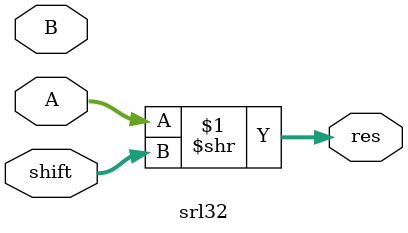
<source format=v>
`timescale 1ns / 1ps
module srl32(input [31:0] A,
				 input [31:0] B,
				 input [4:0] shift,
				 output [31:0] res
				);
	
	assign res = A >> shift[4:0];	//32Î»ÊýÓÒÒÆ¡£SP3ÒÆ1Î»,SWordÒÆshfitÎ»£¬ÐèÒªÐÞ¸ÄÂß¼­·ûºÅ£¬Ôö¼Óshfit¶Ë¿Ú

endmodule

</source>
